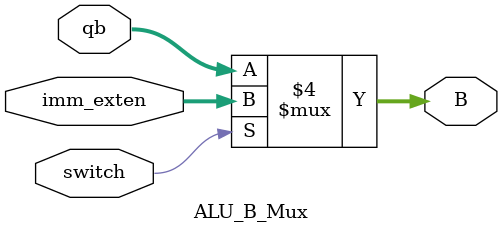
<source format=v>
`timescale 1ns / 1ps

module ALU_B_Mux(
    input switch,
    input [31:0] qb,
    input [31:0] imm_exten,
    output reg [31:0] B
    );
    
    always @(*)
            if(switch == 1'b1)
                B = imm_exten;
            else
                B = qb;
    
endmodule

</source>
